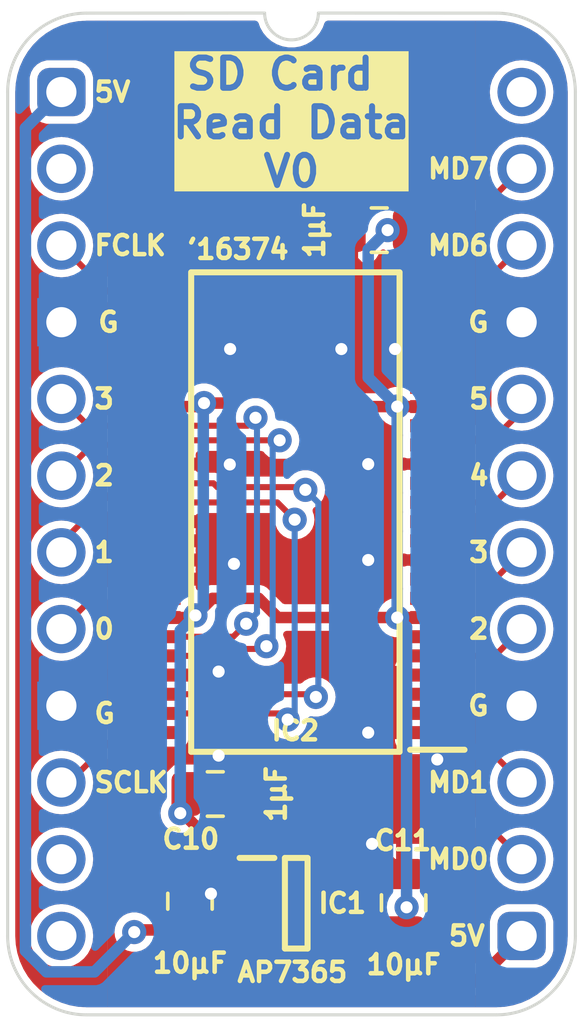
<source format=kicad_pcb>
(kicad_pcb (version 20240108) (generator "pcbnew") (generator_version "8.0")
  (title_block (title "SD Card Read Data") (date "2024-02-16") (rev "V0"))
  (layers (0 "F.Cu" signal) (31 "B.Cu" signal) (34 "B.Paste" user) (35 "F.Paste" user) (36 "B.SilkS" user "B.Silkscreen") (37 "F.SilkS" user "F.Silkscreen") (38 "B.Mask" user) (39 "F.Mask" user) (44 "Edge.Cuts" user))
  (net 0 "")
  (net 1 "/3.3V")
  (net 9 "GND")
  (net 10 "5V")
  (net 17 "DAT3")
  (net 18 "MD6")
  (net 19 "MD7")
  (net 20 "DAT1")
  (net 21 "DAT0")
  (net 22 "MD2")
  (net 23 "First CLK")
  (net 24 "MD0")
  (net 25 "MD3")
  (net 26 "MD5")
  (net 27 "MD1")
  (net 28 "Second CLK")
  (net 29 "DAT2")
  (net 30 "MD4")
  (footprint "SamacSys_Parts:C_0805" (layer "F.Cu") (at 93.98 81.661 -90)
    (property "Reference" "C1" (hide yes))
    (property "Value" "1μF" (at 0 -2.032 90) (layer "F.SilkS") (effects (font (size 0.635 0.635))))
    (fp_line (start -0.735 0.245252) (end -0.735 -0.277252) (stroke (width 0.12)) (layer "F.SilkS"))
    (fp_line (start 0.735 0.245252) (end 0.735 -0.277252) (stroke (width 0.12)) (layer "F.SilkS"))
    (pad "1" smd roundrect (at 0 0.934) (size 1 1.45) (layers "F.Cu" "F.Paste" "F.Mask") (net 1 "/3.3V"))
    (pad "2" smd roundrect (at 0 -0.966) (size 1 1.45) (layers "F.Cu" "F.Paste" "F.Mask") (net 9 "GND"))
  )
  (footprint "SamacSys_Parts:C_0805" (layer "F.Cu") (at 99.441 62.992 90)
    (property "Reference" "C4" (hide yes))
    (property "Value" "1μF" (at 0 -2.159 90) (layer "F.SilkS") (effects (font (size 0.635 0.635))))
    (fp_line (start 0.735 0.245252) (end 0.735 -0.277252) (stroke (width 0.12)) (layer "F.SilkS"))
    (fp_line (start -0.735 0.245252) (end -0.735 -0.277252) (stroke (width 0.12)) (layer "F.SilkS"))
    (pad "1" smd roundrect (at 0 0.934 180) (size 1 1.45) (layers "F.Cu" "F.Paste" "F.Mask") (net 1 "/3.3V"))
    (pad "2" smd roundrect (at 0 -0.966 180) (size 1 1.45) (layers "F.Cu" "F.Paste" "F.Mask") (net 9 "GND"))
  )
  (footprint "SamacSys_Parts:DIP-24_Board_W15.24mm" (layer "F.Cu") (at 88.9 58.42)
    (property "Reference" "J1" (hide yes))
    (property "Value" "Conn_02x12_Counter_Clockwise" (hide yes))
    (fp_line (start -1.778 27.94) (end -1.778 0) (stroke (width 0.1)) (layer "Edge.Cuts"))
    (fp_line (start 6.731 -2.6162) (end 0.835732 -2.613732) (stroke (width 0.1)) (layer "Edge.Cuts"))
    (fp_line (start 14.404267 -2.613733) (end 8.509 -2.6162) (stroke (width 0.1)) (layer "Edge.Cuts"))
    (fp_line (start 14.404268 30.553732) (end 0.835733 30.553733) (stroke (width 0.1)) (layer "Edge.Cuts"))
    (fp_line (start 17.018 27.94) (end 17.017999 -0.000001) (stroke (width 0.1)) (layer "Edge.Cuts"))
    (fp_arc (start -1.778 0) (mid -1.012456 -1.848188) (end 0.835732 -2.613732) (stroke (width 0.1)) (layer "Edge.Cuts"))
    (fp_arc (start 0.835733 30.553733) (mid -1.012457 29.78819) (end -1.778 27.94) (stroke (width 0.1)) (layer "Edge.Cuts"))
    (fp_arc (start 8.509 -2.6162) (mid 7.62 -1.7272) (end 6.731 -2.6162) (stroke (width 0.1)) (layer "Edge.Cuts"))
    (fp_arc (start 14.404267 -2.613733) (mid 16.252451 -1.848184) (end 17.017999 -0.000001) (stroke (width 0.1)) (layer "Edge.Cuts"))
    (fp_arc (start 17.018 27.94) (mid 16.252456 29.788187) (end 14.404268 30.553732) (stroke (width 0.1)) (layer "Edge.Cuts"))
    (pad "1" thru_hole roundrect (at 0 0) (size 1.6 1.6) (drill 1) (layers "*.Cu" "*.Mask") (net 10 "5V"))
    (pad "2" thru_hole oval (at 0 2.54) (size 1.6 1.6) (drill 1) (layers "*.Cu" "*.Mask"))
    (pad "3" thru_hole oval (at 0 5.08) (size 1.6 1.6) (drill 1) (layers "*.Cu" "*.Mask") (net 23 "First CLK"))
    (pad "4" thru_hole rect (at 0 7.62) (size 1.6 1.6) (drill 1) (layers "*.Cu" "*.Mask") (net 9 "GND"))
    (pad "5" thru_hole oval (at 0 10.16) (size 1.6 1.6) (drill 1) (layers "*.Cu" "*.Mask") (net 17 "DAT3"))
    (pad "6" thru_hole oval (at 0 12.7) (size 1.6 1.6) (drill 1) (layers "*.Cu" "*.Mask") (net 29 "DAT2"))
    (pad "7" thru_hole oval (at 0 15.24) (size 1.6 1.6) (drill 1) (layers "*.Cu" "*.Mask") (net 20 "DAT1"))
    (pad "8" thru_hole oval (at 0 17.78) (size 1.6 1.6) (drill 1) (layers "*.Cu" "*.Mask") (net 21 "DAT0"))
    (pad "9" thru_hole rect (at 0 20.32) (size 1.6 1.6) (drill 1) (layers "*.Cu" "*.Mask") (net 9 "GND"))
    (pad "10" thru_hole oval (at 0 22.86) (size 1.6 1.6) (drill 1) (layers "*.Cu" "*.Mask") (net 28 "Second CLK"))
    (pad "11" thru_hole oval (at 0 25.4) (size 1.6 1.6) (drill 1) (layers "*.Cu" "*.Mask"))
    (pad "12" thru_hole oval (at 0 27.94) (size 1.6 1.6) (drill 1) (layers "*.Cu" "*.Mask"))
    (pad "13" thru_hole roundrect (at 15.24 27.94) (size 1.6 1.6) (drill 1) (layers "*.Cu" "*.Mask") (net 10 "5V"))
    (pad "14" thru_hole oval (at 15.24 25.4) (size 1.6 1.6) (drill 1) (layers "*.Cu" "*.Mask") (net 24 "MD0"))
    (pad "15" thru_hole oval (at 15.24 22.86) (size 1.6 1.6) (drill 1) (layers "*.Cu" "*.Mask") (net 27 "MD1"))
    (pad "16" thru_hole rect (at 15.24 20.32) (size 1.6 1.6) (drill 1) (layers "*.Cu" "*.Mask") (net 9 "GND"))
    (pad "17" thru_hole oval (at 15.24 17.78 180) (size 1.6 1.6) (drill 1) (layers "*.Cu" "*.Mask") (net 22 "MD2"))
    (pad "18" thru_hole oval (at 15.24 15.24 180) (size 1.6 1.6) (drill 1) (layers "*.Cu" "*.Mask") (net 25 "MD3"))
    (pad "19" thru_hole oval (at 15.24 12.7 180) (size 1.6 1.6) (drill 1) (layers "*.Cu" "*.Mask") (net 30 "MD4"))
    (pad "20" thru_hole oval (at 15.24 10.16 180) (size 1.6 1.6) (drill 1) (layers "*.Cu" "*.Mask") (net 26 "MD5"))
    (pad "21" thru_hole rect (at 15.24 7.62) (size 1.6 1.6) (drill 1) (layers "*.Cu" "*.Mask") (net 9 "GND"))
    (pad "22" thru_hole oval (at 15.24 5.08) (size 1.6 1.6) (drill 1) (layers "*.Cu" "*.Mask") (net 18 "MD6"))
    (pad "23" thru_hole oval (at 15.24 2.54) (size 1.6 1.6) (drill 1) (layers "*.Cu" "*.Mask") (net 19 "MD7"))
    (pad "24" thru_hole oval (at 15.24 0) (size 1.6 1.6) (drill 1) (layers "*.Cu" "*.Mask"))
  )
  (footprint "SamacSys_Parts:SOP64P1025X280-48N" (layer "F.Cu") (at 96.648 72.326 180)
    (property "Reference" "IC2" (at 0 -7.239 0) (layer "F.SilkS") (effects (font (size 0.635 0.635))))
    (property "Value" "74LVC16374ADL" (hide yes))
    (fp_line (start 3.45 7.938) (end -3.45 7.938) (stroke (width 0.2)) (layer "F.SilkS"))
    (fp_line (start 3.45 -7.938) (end 3.45 7.938) (stroke (width 0.2)) (layer "F.SilkS"))
    (fp_line (start -3.45 7.938) (end -3.45 -7.938) (stroke (width 0.2)) (layer "F.SilkS"))
    (fp_line (start -3.45 -7.938) (end 3.45 -7.938) (stroke (width 0.2)) (layer "F.SilkS"))
    (fp_line (start -5.6 -7.869999) (end -3.8 -7.87) (stroke (width 0.2)) (layer "F.SilkS"))
    (fp_text user "'16374" (at 1.906 8.699 0) (layer "F.SilkS") (effects (font (size 0.635 0.635))))
    (pad "1" smd rect (at -4.7 -7.302 270) (size 0.43 1.8) (layers "F.Cu" "F.Paste" "F.Mask") (net 9 "GND"))
    (pad "2" smd rect (at -4.7 -6.668 270) (size 0.43 1.8) (layers "F.Cu" "F.Paste" "F.Mask") (net 24 "MD0"))
    (pad "3" smd rect (at -4.7 -6.032 270) (size 0.43 1.8) (layers "F.Cu" "F.Paste" "F.Mask") (net 27 "MD1"))
    (pad "4" smd rect (at -4.699999 -5.398 270) (size 0.43 1.8) (layers "F.Cu" "F.Paste" "F.Mask") (net 9 "GND"))
    (pad "5" smd rect (at -4.699999 -4.762 270) (size 0.43 1.8) (layers "F.Cu" "F.Paste" "F.Mask") (net 22 "MD2"))
    (pad "6" smd rect (at -4.7 -4.128 270) (size 0.43 1.8) (layers "F.Cu" "F.Paste" "F.Mask") (net 25 "MD3"))
    (pad "7" smd rect (at -4.7 -3.492 270) (size 0.43 1.8) (layers "F.Cu" "F.Paste" "F.Mask") (net 1 "/3.3V"))
    (pad "8" smd rect (at -4.7 -2.858 270) (size 0.43 1.8) (layers "F.Cu" "F.Paste" "F.Mask"))
    (pad "9" smd rect (at -4.7 -2.222 270) (size 0.43 1.8) (layers "F.Cu" "F.Paste" "F.Mask"))
    (pad "10" smd rect (at -4.699999 -1.588 270) (size 0.43 1.8) (layers "F.Cu" "F.Paste" "F.Mask") (net 9 "GND"))
    (pad "11" smd rect (at -4.7 -0.952 270) (size 0.43 1.8) (layers "F.Cu" "F.Paste" "F.Mask"))
    (pad "12" smd rect (at -4.7 -0.318 270) (size 0.43 1.8) (layers "F.Cu" "F.Paste" "F.Mask"))
    (pad "13" smd rect (at -4.7 0.318 270) (size 0.43 1.8) (layers "F.Cu" "F.Paste" "F.Mask") (net 30 "MD4"))
    (pad "14" smd rect (at -4.7 0.952 270) (size 0.43 1.8) (layers "F.Cu" "F.Paste" "F.Mask") (net 26 "MD5"))
    (pad "15" smd rect (at -4.699999 1.588 270) (size 0.43 1.8) (layers "F.Cu" "F.Paste" "F.Mask") (net 9 "GND"))
    (pad "16" smd rect (at -4.7 2.222 270) (size 0.43 1.8) (layers "F.Cu" "F.Paste" "F.Mask") (net 18 "MD6"))
    (pad "17" smd rect (at -4.7 2.858 270) (size 0.43 1.8) (layers "F.Cu" "F.Paste" "F.Mask") (net 19 "MD7"))
    (pad "18" smd rect (at -4.7 3.492 270) (size 0.43 1.8) (layers "F.Cu" "F.Paste" "F.Mask") (net 1 "/3.3V"))
    (pad "19" smd rect (at -4.7 4.128 270) (size 0.43 1.8) (layers "F.Cu" "F.Paste" "F.Mask"))
    (pad "20" smd rect (at -4.699999 4.762 270) (size 0.43 1.8) (layers "F.Cu" "F.Paste" "F.Mask"))
    (pad "21" smd rect (at -4.699999 5.398 270) (size 0.43 1.8) (layers "F.Cu" "F.Paste" "F.Mask") (net 9 "GND"))
    (pad "22" smd rect (at -4.7 6.032 270) (size 0.43 1.8) (layers "F.Cu" "F.Paste" "F.Mask"))
    (pad "23" smd rect (at -4.7 6.668 270) (size 0.43 1.8) (layers "F.Cu" "F.Paste" "F.Mask"))
    (pad "24" smd rect (at -4.7 7.302 270) (size 0.43 1.8) (layers "F.Cu" "F.Paste" "F.Mask") (net 9 "GND"))
    (pad "25" smd rect (at 4.7 7.302 270) (size 0.43 1.8) (layers "F.Cu" "F.Paste" "F.Mask") (net 23 "First CLK"))
    (pad "26" smd rect (at 4.7 6.668 270) (size 0.43 1.8) (layers "F.Cu" "F.Paste" "F.Mask") (net 9 "GND"))
    (pad "27" smd rect (at 4.7 6.032 270) (size 0.43 1.8) (layers "F.Cu" "F.Paste" "F.Mask") (net 9 "GND"))
    (pad "28" smd rect (at 4.699999 5.398 270) (size 0.43 1.8) (layers "F.Cu" "F.Paste" "F.Mask") (net 9 "GND"))
    (pad "29" smd rect (at 4.699999 4.762 270) (size 0.43 1.8) (layers "F.Cu" "F.Paste" "F.Mask") (net 9 "GND"))
    (pad "30" smd rect (at 4.7 4.128 270) (size 0.43 1.8) (layers "F.Cu" "F.Paste" "F.Mask") (net 9 "GND"))
    (pad "31" smd rect (at 4.7 3.492 270) (size 0.43 1.8) (layers "F.Cu" "F.Paste" "F.Mask") (net 1 "/3.3V"))
    (pad "32" smd rect (at 4.7 2.858 270) (size 0.43 1.8) (layers "F.Cu" "F.Paste" "F.Mask") (net 17 "DAT3"))
    (pad "33" smd rect (at 4.7 2.222 270) (size 0.43 1.8) (layers "F.Cu" "F.Paste" "F.Mask") (net 29 "DAT2"))
    (pad "34" smd rect (at 4.699999 1.588 270) (size 0.43 1.8) (layers "F.Cu" "F.Paste" "F.Mask") (net 9 "GND"))
    (pad "35" smd rect (at 4.7 0.952 270) (size 0.43 1.8) (layers "F.Cu" "F.Paste" "F.Mask") (net 20 "DAT1"))
    (pad "36" smd rect (at 4.7 0.318 270) (size 0.43 1.8) (layers "F.Cu" "F.Paste" "F.Mask") (net 21 "DAT0"))
    (pad "37" smd rect (at 4.7 -0.318 270) (size 0.43 1.8) (layers "F.Cu" "F.Paste" "F.Mask") (net 9 "GND"))
    (pad "38" smd rect (at 4.7 -0.952 270) (size 0.43 1.8) (layers "F.Cu" "F.Paste" "F.Mask") (net 9 "GND"))
    (pad "39" smd rect (at 4.699999 -1.588 270) (size 0.43 1.8) (layers "F.Cu" "F.Paste" "F.Mask") (net 9 "GND"))
    (pad "40" smd rect (at 4.7 -2.222 270) (size 0.43 1.8) (layers "F.Cu" "F.Paste" "F.Mask") (net 9 "GND"))
    (pad "41" smd rect (at 4.7 -2.858 270) (size 0.43 1.8) (layers "F.Cu" "F.Paste" "F.Mask") (net 9 "GND"))
    (pad "42" smd rect (at 4.7 -3.492 270) (size 0.43 1.8) (layers "F.Cu" "F.Paste" "F.Mask") (net 1 "/3.3V"))
    (pad "43" smd rect (at 4.7 -4.128 270) (size 0.43 1.8) (layers "F.Cu" "F.Paste" "F.Mask") (net 17 "DAT3"))
    (pad "44" smd rect (at 4.699999 -4.762 270) (size 0.43 1.8) (layers "F.Cu" "F.Paste" "F.Mask") (net 29 "DAT2"))
    (pad "45" smd rect (at 4.699999 -5.398 270) (size 0.43 1.8) (layers "F.Cu" "F.Paste" "F.Mask") (net 9 "GND"))
    (pad "46" smd rect (at 4.7 -6.032 270) (size 0.43 1.8) (layers "F.Cu" "F.Paste" "F.Mask") (net 20 "DAT1"))
    (pad "47" smd rect (at 4.7 -6.668 270) (size 0.43 1.8) (layers "F.Cu" "F.Paste" "F.Mask") (net 21 "DAT0"))
    (pad "48" smd rect (at 4.7 -7.302 270) (size 0.43 1.8) (layers "F.Cu" "F.Paste" "F.Mask") (net 28 "Second CLK"))
  )
  (footprint "SamacSys_Parts:C_0805" (layer "F.Cu") (at 100.233 85.278)
    (property "Reference" "C11" (at -0.03 -2.075 180) (layer "F.SilkS") (effects (font (size 0.635 0.635))))
    (property "Value" "10μF" (at 0 2.032 0) (layer "F.SilkS") (effects (font (size 0.635 0.635))))
    (fp_line (start -0.735 0.245252) (end -0.735 -0.277252) (stroke (width 0.12)) (layer "F.SilkS"))
    (fp_line (start 0.735 0.245252) (end 0.735 -0.277252) (stroke (width 0.12)) (layer "F.SilkS"))
    (pad "1" smd roundrect (at 0 0.934 90) (size 1 1.45) (layers "F.Cu" "F.Paste" "F.Mask") (net 1 "/3.3V"))
    (pad "2" smd roundrect (at 0 -0.966 90) (size 1 1.45) (layers "F.Cu" "F.Paste" "F.Mask") (net 9 "GND"))
  )
  (footprint "SamacSys_Parts:SOT95P285X130-5N" (layer "F.Cu") (at 96.677 85.278)
    (property "Reference" "IC1" (at 1.524 0 0) (layer "F.SilkS") (effects (font (size 0.635 0.635))))
    (property "Value" "AP7365-33WG-7" (hide yes))
    (property "Silkscreen" "AP7365" (at -0.127 2.286 0) (layer "F.SilkS") (effects (font (size 0.635 0.635))))
    (fp_line (start -1.875 -1.5) (end -0.725 -1.5) (stroke (width 0.2)) (layer "F.SilkS"))
    (fp_line (start -0.375 -1.5) (end 0.375 -1.5) (stroke (width 0.2)) (layer "F.SilkS"))
    (fp_line (start -0.375 1.5) (end -0.375 -1.5) (stroke (width 0.2)) (layer "F.SilkS"))
    (fp_line (start 0.375 -1.5) (end 0.375 1.5) (stroke (width 0.2)) (layer "F.SilkS"))
    (fp_line (start 0.375 1.5) (end -0.375 1.5) (stroke (width 0.2)) (layer "F.SilkS"))
    (pad "1" smd rect (at -1.3 -0.95 90) (size 0.6 1.15) (layers "F.Cu" "F.Paste" "F.Mask") (net 10 "5V"))
    (pad "2" smd rect (at -1.3 0 90) (size 0.6 1.15) (layers "F.Cu" "F.Paste" "F.Mask") (net 9 "GND"))
    (pad "3" smd rect (at -1.3 0.95 90) (size 0.6 1.15) (layers "F.Cu" "F.Paste" "F.Mask") (net 10 "5V"))
    (pad "4" smd rect (at 1.3 0.95 90) (size 0.6 1.15) (layers "F.Cu" "F.Paste" "F.Mask"))
    (pad "5" smd rect (at 1.3 -0.95 90) (size 0.6 1.15) (layers "F.Cu" "F.Paste" "F.Mask") (net 1 "/3.3V"))
  )
  (footprint "SamacSys_Parts:C_0805" (layer "F.Cu") (at 93.159 85.228)
    (property "Reference" "C10" (at 0.027 -2.075 180) (layer "F.SilkS") (effects (font (size 0.635 0.635))))
    (property "Value" "10μF" (at 0 2.032 0) (layer "F.SilkS") (effects (font (size 0.635 0.635))))
    (fp_line (start -0.735 0.245252) (end -0.735 -0.277252) (stroke (width 0.12)) (layer "F.SilkS"))
    (fp_line (start 0.735 0.245252) (end 0.735 -0.277252) (stroke (width 0.12)) (layer "F.SilkS"))
    (pad "1" smd roundrect (at 0 0.934 90) (size 1 1.45) (layers "F.Cu" "F.Paste" "F.Mask") (net 10 "5V"))
    (pad "2" smd roundrect (at 0 -0.966 90) (size 1 1.45) (layers "F.Cu" "F.Paste" "F.Mask") (net 9 "GND"))
  )
  (gr_text "5" (at 103.124 68.58 0) (layer "F.SilkS") (effects (font (size 0.635 0.635) (thickness 0.15) (bold yes)) (justify right)))
  (gr_text "3" (at 103.124 73.66 0) (layer "F.SilkS") (effects (font (size 0.635 0.635) (thickness 0.15) (bold yes)) (justify right)))
  (gr_text "MD7" (at 103.124 60.96 0) (layer "F.SilkS") (effects (font (size 0.635 0.635) (thickness 0.15) (bold yes)) (justify right)))
  (gr_text "5V" (at 89.916 58.42 0) (layer "F.SilkS") (effects (font (size 0.635 0.635) (thickness 0.15) (bold yes)) (justify left)))
  (gr_text "MD1" (at 103.124 81.28 0) (layer "F.SilkS") (effects (font (size 0.635 0.635) (thickness 0.15) (bold yes)) (justify right)))
  (gr_text "SCLK" (at 89.916 81.28 0) (layer "F.SilkS") (effects (font (size 0.635 0.635) (thickness 0.15) (bold yes)) (justify left)))
  (gr_text "4" (at 103.124 71.12 0) (layer "F.SilkS") (effects (font (size 0.635 0.635) (thickness 0.15) (bold yes)) (justify right)))
  (gr_text "MD0" (at 103.124 83.82 0) (layer "F.SilkS") (effects (font (size 0.635 0.635) (thickness 0.15) (bold yes)) (justify right)))
  (gr_text "SD Card \nRead Data\nV0" (at 96.52 59.436 0) (layer "F.SilkS" knockout) (effects (font (size 1 1) (thickness 0.2) (bold yes))))
  (gr_text "MD6" (at 103.124 63.5 0) (layer "F.SilkS") (effects (font (size 0.635 0.635) (thickness 0.15) (bold yes)) (justify right)))
  (gr_text "G" (at 103.124 66.04 0) (layer "F.SilkS") (effects (font (size 0.635 0.635) (thickness 0.15) (bold yes)) (justify right)))
  (gr_text "2" (at 103.124 76.2 0) (layer "F.SilkS") (effects (font (size 0.635 0.635) (thickness 0.15) (bold yes)) (justify right)))
  (gr_text "1" (at 89.916 73.66 0) (layer "F.SilkS") (effects (font (size 0.635 0.635) (thickness 0.15) (bold yes)) (justify left)))
  (gr_text "G" (at 103.124 78.74 0) (layer "F.SilkS") (effects (font (size 0.635 0.635) (thickness 0.15) (bold yes)) (justify right)))
  (gr_text "G" (at 89.916 78.994 0) (layer "F.SilkS") (effects (font (size 0.635 0.635) (thickness 0.15) (bold yes)) (justify left)))
  (gr_text "3" (at 89.916 68.58 0) (layer "F.SilkS") (effects (font (size 0.635 0.635) (thickness 0.15) (bold yes)) (justify left)))
  (gr_text "G" (at 90.043 66.04 0) (layer "F.SilkS") (effects (font (size 0.635 0.635) (thickness 0.15) (bold yes)) (justify left)))
  (gr_text "2" (at 89.916 71.12 0) (layer "F.SilkS") (effects (font (size 0.635 0.635) (thickness 0.15) (bold yes)) (justify left)))
  (gr_text "0" (at 89.916 76.2 0) (layer "F.SilkS") (effects (font (size 0.635 0.635) (thickness 0.15) (bold yes)) (justify left)))
  (gr_text "FCLK" (at 89.916 63.5 0) (layer "F.SilkS") (effects (font (size 0.635 0.635) (thickness 0.15) (bold yes)) (justify left)))
  (gr_text "5V" (at 102.997 86.36 0) (layer "F.SilkS") (effects (font (size 0.635 0.635) (thickness 0.15) (bold yes)) (justify right)))
  (segment (start 93.90228 75.184) (end 93.339625 75.746655) (width 0.38) (layer "F.Cu") (net 1))
  (segment (start 101.348 68.834) (end 96.145745 68.834) (width 0.38) (layer "F.Cu") (net 1))
  (segment (start 101.348 75.818) (end 96.066718 75.818) (width 0.38) (layer "F.Cu") (net 1))
  (segment (start 96.834 83.185) (end 97.977 84.328) (width 0.38) (layer "F.Cu") (net 1))
  (segment (start 94.880452 68.364195) (end 94.526647 68.718) (width 0.38) (layer "F.Cu") (net 1))
  (segment (start 93.808 83.185) (end 96.834 83.185) (width 0.38) (layer "F.Cu") (net 1))
  (segment (start 92.837 81.87) (end 92.837 82.296) (width 0.38) (layer "F.Cu") (net 1))
  (segment (start 100.233 85.509) (end 100.33 85.412) (width 0.38) (layer "F.Cu") (net 1))
  (segment (start 93.26828 75.818) (end 93.339625 75.746655) (width 0.38) (layer "F.Cu") (net 1))
  (segment (start 91.948 75.818) (end 93.26828 75.818) (width 0.38) (layer "F.Cu") (net 1))
  (segment (start 94.526647 68.718) (end 93.623867 68.718) (width 0.38) (layer "F.Cu") (net 1))
  (segment (start 95.67594 68.364195) (end 94.880452 68.364195) (width 0.38) (layer "F.Cu") (net 1))
  (segment (start 91.948 68.834) (end 93.507867 68.834) (width 0.38) (layer "F.Cu") (net 1))
  (segment (start 99.861 86.212) (end 97.977 84.328) (width 0.38) (layer "F.Cu") (net 1))
  (segment (start 92.837 82.296) (end 92.919 82.296) (width 0.38) (layer "F.Cu") (net 1))
  (segment (start 92.919 82.296) (end 93.808 83.185) (width 0.38) (layer "F.Cu") (net 1))
  (segment (start 95.432718 75.184) (end 93.90228 75.184) (width 0.38) (layer "F.Cu") (net 1))
  (segment (start 96.145745 68.834) (end 95.67594 68.364195) (width 0.38) (layer "F.Cu") (net 1))
  (segment (start 93.507867 68.834) (end 93.623867 68.718) (width 0.38) (layer "F.Cu") (net 1))
  (segment (start 100.233 86.212) (end 100.233 85.509) (width 0.38) (layer "F.Cu") (net 1))
  (segment (start 96.066718 75.818) (end 95.432718 75.184) (width 0.38) (layer "F.Cu") (net 1))
  (via (at 99.702 62.992) (size 0.8) (drill 0.4) (layers "F.Cu" "B.Cu") (net 1))
  (via (at 100.019503 68.83299) (size 0.8) (drill 0.4) (layers "F.Cu" "B.Cu") (net 1))
  (via (at 100.019512 75.819001) (size 0.8) (drill 0.4) (layers "F.Cu" "B.Cu") (net 1))
  (via (at 93.339625 75.746655) (size 0.8) (drill 0.4) (layers "F.Cu" "B.Cu") (net 1))
  (via (at 100.33 85.412) (size 0.8) (drill 0.4) (layers "F.Cu" "B.Cu") (net 1))
  (via (at 93.623867 68.718) (size 0.8) (drill 0.4) (layers "F.Cu" "B.Cu") (net 1))
  (via (at 92.837 82.296) (size 0.8) (drill 0.4) (layers "F.Cu" "B.Cu") (net 1))
  (segment (start 99.06 63.634) (end 99.06 67.873487) (width 0.38) (layer "B.Cu") (net 1))
  (segment (start 99.702 62.992) (end 99.06 63.634) (width 0.38) (layer "B.Cu") (net 1))
  (segment (start 100.019512 75.819001) (end 100.019512 68.832999) (width 0.38) (layer "B.Cu") (net 1))
  (segment (start 100.33 85.412) (end 100.33 76.129489) (width 0.38) (layer "B.Cu") (net 1))
  (segment (start 99.06 67.873487) (end 100.019503 68.83299) (width 0.38) (layer "B.Cu") (net 1))
  (segment (start 100.019512 68.832999) (end 100.019503 68.83299) (width 0.38) (layer "B.Cu") (net 1))
  (segment (start 92.837 76.24928) (end 93.339625 75.746655) (width 0.38) (layer "B.Cu") (net 1))
  (segment (start 92.837 82.296) (end 92.837 76.24928) (width 0.38) (layer "B.Cu") (net 1))
  (segment (start 100.33 76.129489) (end 100.019512 75.819001) (width 0.38) (layer "B.Cu") (net 1))
  (segment (start 93.599 68.742867) (end 93.599 75.48728) (width 0.38) (layer "B.Cu") (net 1))
  (segment (start 93.599 75.48728) (end 93.339625 75.746655) (width 0.38) (layer "B.Cu") (net 1))
  (segment (start 93.623867 68.718) (end 93.599 68.742867) (width 0.38) (layer "B.Cu") (net 1))
  (segment (start 100.067 79.629) (end 99.06 79.629) (width 0.38) (layer "F.Cu") (net 9))
  (segment (start 91.948001 73.914) (end 94.488012 73.914) (width 0.38) (layer "F.Cu") (net 9))
  (segment (start 98.171 66.929) (end 98.171 66.421) (width 0.38) (layer "F.Cu") (net 9))
  (segment (start 98.171 66.421) (end 99.568 65.024) (width 0.38) (layer "F.Cu") (net 9))
  (segment (start 100.068 79.628) (end 101.348 79.628) (width 0.38) (layer "F.Cu") (net 9))
  (segment (start 99.951999 77.608) (end 100.067999 77.724) (width 0.38) (layer "F.Cu") (net 9))
  (segment (start 94.46379 70.738) (end 94.47679 70.751) (width 0.38) (layer "F.Cu") (net 9))
  (segment (start 93.853 84.963) (end 93.853 84.956) (width 0.38) (layer "F.Cu") (net 9))
  (segment (start 94.47679 70.751) (end 99.047 70.751) (width 0.38) (layer "F.Cu") (net 9))
  (segment (start 101.348 80.516) (end 101.346 80.518) (width 0.38) (layer "F.Cu") (net 9))
  (segment (start 99.568 65.024) (end 101.348 65.024) (width 0.38) (layer "F.Cu") (net 9))
  (segment (start 94.107 80.391) (end 92.678976 80.391) (width 0.38) (layer "F.Cu") (net 9))
  (segment (start 91.948001 66.928) (end 91.948001 67.564) (width 0.38) (layer "F.Cu") (net 9))
  (segment (start 98.475 62.992) (end 98.475 63.931) (width 0.38) (layer "F.Cu") (net 9))
  (segment (start 91.948001 77.724) (end 93.991 77.724) (width 0.38) (layer "F.Cu") (net 9))
  (segment (start 94.107 77.608) (end 99.951999 77.608) (width 0.38) (layer "F.Cu") (net 9))
  (segment (start 98.933008 74.040992) (end 99.06 73.914) (width 0.38) (layer "F.Cu") (net 9))
  (segment (start 91.948 74.548) (end 91.948 73.914001) (width 0.38) (layer "F.Cu") (net 9))
  (segment (start 91.948 72.644) (end 91.948 73.278) (width 0.38) (layer "F.Cu") (net 9))
  (segment (start 98.172 66.928) (end 101.347999 66.928) (width 0.38) (layer "F.Cu") (net 9))
  (segment (start 98.17 66.928) (end 98.171 66.929) (width 0.38) (layer "F.Cu") (net 9))
  (segment (start 91.948 83.947) (end 92.263 84.262) (width 0.38) (layer "F.Cu") (net 9))
  (segment (start 91.948001 73.914) (end 91.948001 73.278001) (width 0.38) (layer "F.Cu") (net 9))
  (segment (start 100.187 84.312) (end 99.187 83.312) (width 0.38) (layer "F.Cu") (net 9))
  (segment (start 93.86 84.963) (end 93.853 84.963) (width 0.38) (layer "F.Cu") (net 9))
  (segment (start 93.991 77.724) (end 94.107 77.608) (width 0.38) (layer "F.Cu") (net 9))
  (segment (start 91.948001 70.738) (end 94.46379 70.738) (width 0.38) (layer "F.Cu") (net 9))
  (segment (start 100.067999 77.724) (end 100.058 77.733999) (width 0.38) (layer "F.Cu") (net 9))
  (segment (start 100.058 77.733999) (end 100.058 79.618) (width 0.38) (layer "F.Cu") (net 9))
  (segment (start 94.488012 73.914) (end 94.615004 74.040992) (width 0.38) (layer "F.Cu") (net 9))
  (segment (start 101.348 79.628) (end 101.348 80.516) (width 0.38) (layer "F.Cu") (net 9))
  (segment (start 93.853 84.956) (end 93.159 84.262) (width 0.38) (layer "F.Cu") (net 9))
  (segment (start 94.488 66.928) (end 98.17 66.928) (width 0.38) (layer "F.Cu") (net 9))
  (segment (start 94.175 85.278) (end 93.86 84.963) (width 0.38) (layer "F.Cu") (net 9))
  (segment (start 91.948001 67.564) (end 91.948001 68.197999) (width 0.38) (layer "F.Cu") (net 9))
  (segment (start 92.263 84.262) (end 93.159 84.262) (width 0.38) (layer "F.Cu") (net 9))
  (segment (start 94.615004 74.040992) (end 98.933008 74.040992) (width 0.38) (layer "F.Cu") (net 9))
  (segment (start 98.171 66.929) (end 98.172 66.928) (width 0.38) (layer "F.Cu") (net 9))
  (segment (start 99.047 70.751) (end 99.06 70.738) (width 0.38) (layer "F.Cu") (net 9))
  (segment (start 89.916 77.724) (end 91.948001 77.724) (width 0.38) (layer "F.Cu") (net 9))
  (segment (start 92.678976 80.391) (end 91.948 81.121976) (width 0.38) (layer "F.Cu") (net 9))
  (segment (start 91.948001 66.928) (end 94.488 66.928) (width 0.38) (layer "F.Cu") (net 9))
  (segment (start 91.948 65.658) (end 91.948 66.294) (width 0.38) (layer "F.Cu") (net 9))
  (segment (start 91.948 66.294) (end 91.948 66.927999) (width 0.38) (layer "F.Cu") (net 9))
  (segment (start 91.948 81.121976) (end 91.948 83.947) (width 0.38) (layer "F.Cu") (net 9))
  (segment (start 88.9 66.04) (end 90.17 66.04) (width 0.38) (layer "F.Cu") (net 9))
  (segment (start 90.17 66.04) (end 90.424 66.294) (width 0.38) (layer "F.Cu") (net 9))
  (segment (start 91.948 75.184) (end 91.948 74.548) (width 0.38) (layer "F.Cu") (net 9))
  (segment (start 94.946 81.23) (end 94.107 80.391) (width 0.38) (layer "F.Cu") (net 9))
  (segment (start 100.058 79.618) (end 100.068 79.628) (width 0.38) (layer "F.Cu") (net 9))
  (segment (start 91.948 66.294) (end 90.424 66.294) (width 0.38) (layer "F.Cu") (net 9))
  (segment (start 88.9 78.74) (end 89.916 77.724) (width 0.38) (layer "F.Cu") (net 9))
  (segment (start 100.067999 77.724) (end 101.347999 77.724) (width 0.38) (layer "F.Cu") (net 9))
  (segment (start 95.377 85.278) (end 94.175 85.278) (width 0.38) (layer "F.Cu") (net 9))
  (segment (start 101.347999 73.914) (end 99.06 73.914) (width 0.38) (layer "F.Cu") (net 9))
  (segment (start 99.06 70.738) (end 101.347999 70.738) (width 0.38) (layer "F.Cu") (net 9))
  (segment (start 98.475 63.931) (end 99.491 64.947) (width 0.38) (layer "F.Cu") (net 9))
  (segment (start 100.068 79.628) (end 100.067 79.629) (width 0.38) (layer "F.Cu") (net 9))
  (via (at 99.06 79.629) (size 0.8) (drill 0.4) (layers "F.Cu" "B.Cu") (net 9))
  (via (at 101.346 80.518) (size 0.8) (drill 0.4) (layers "F.Cu" "B.Cu") (net 9))
  (via (at 99.06 73.914) (size 0.8) (drill 0.4) (layers "F.Cu" "B.Cu") (net 9))
  (via (at 98.171 66.929) (size 0.8) (drill 0.4) (layers "F.Cu" "B.Cu") (net 9))
  (via (at 94.615004 74.040992) (size 0.8) (drill 0.4) (layers "F.Cu" "B.Cu") (net 9))
  (via (at 94.488 66.928) (size 0.8) (drill 0.4) (layers "F.Cu" "B.Cu") (net 9))
  (via (at 93.853 84.963) (size 0.8) (drill 0.4) (layers "F.Cu" "B.Cu") (net 9))
  (via (at 94.107 77.608) (size 0.8) (drill 0.4) (layers "F.Cu" "B.Cu") (net 9))
  (via (at 99.949 66.928) (size 0.8) (drill 0.4) (layers "F.Cu" "B.Cu") (net 9))
  (via (at 99.06 70.738) (size 0.8) (drill 0.4) (layers "F.Cu" "B.Cu") (net 9))
  (via (at 94.47679 70.751) (size 0.8) (drill 0.4) (layers "F.Cu" "B.Cu") (net 9))
  (via (at 99.187 83.312) (size 0.8) (drill 0.4) (layers "F.Cu" "B.Cu") (net 9))
  (via (at 94.107 80.391) (size 0.8) (drill 0.4) (layers "F.Cu" "B.Cu") (net 9))
  (segment (start 97.663 79.629) (end 99.06 79.629) (width 0.38) (layer "B.Cu") (net 9))
  (segment (start 99.187 79.756) (end 99.06 79.629) (width 0.38) (layer "B.Cu") (net 9))
  (segment (start 94.107 80.391) (end 94.107 77.608) (width 0.38) (layer "B.Cu") (net 9))
  (segment (start 94.107 83.439) (end 94.107 80.391) (width 0.38) (layer "B.Cu") (net 9))
  (segment (start 99.187 83.312) (end 96.774 83.312) (width 0.38) (layer "B.Cu") (net 9))
  (segment (start 99.06 70.738) (end 99.06 69.088) (width 0.38) (layer "B.Cu") (net 9))
  (segment (start 94.615004 74.040992) (end 94.616002 74.039994) (width 0.38) (layer "B.Cu") (net 9))
  (segment (start 94.179625 77.535375) (end 94.107 77.608) (width 0.38) (layer "B.Cu") (net 9))
  (segment (start 94.615004 74.040992) (end 94.615004 75.175528) (width 0.38) (layer "B.Cu") (net 9))
  (segment (start 98.171 68.199) (end 98.171 66.929) (width 0.38) (layer "B.Cu") (net 9))
  (segment (start 95.123 84.963) (end 93.853 84.963) (width 0.38) (layer "B.Cu") (net 9))
  (segment (start 94.615004 75.175528) (end 94.179625 75.610907) (width 0.38) (layer "B.Cu") (net 9))
  (segment (start 96.774 83.312) (end 95.123 84.963) (width 0.38) (layer "B.Cu") (net 9))
  (segment (start 94.179625 75.610907) (end 94.179625 77.535375) (width 0.38) (layer "B.Cu") (net 9))
  (segment (start 101.346 80.518) (end 102.362 80.518) (width 0.38) (layer "B.Cu") (net 9))
  (segment (start 94.47679 70.751) (end 94.488 70.73979) (width 0.38) (layer "B.Cu") (net 9))
  (segment (start 100.837 66.04) (end 99.949 66.928) (width 0.38) (layer "B.Cu") (net 9))
  (segment (start 99.06 73.914) (end 99.06 70.738) (width 0.38) (layer "B.Cu") (net 9))
  (segment (start 93.853 83.693) (end 94.107 83.439) (width 0.38) (layer "B.Cu") (net 9))
  (segment (start 94.107 80.391) (end 96.901 80.391) (width 0.38) (layer "B.Cu") (net 9))
  (segment (start 94.616002 74.039994) (end 94.616002 70.890212) (width 0.38) (layer "B.Cu") (net 9))
  (segment (start 104.14 66.04) (end 100.837 66.04) (width 0.38) (layer "B.Cu") (net 9))
  (segment (start 94.488 70.73979) (end 94.488 66.928) (width 0.38) (layer "B.Cu") (net 9))
  (segment (start 99.06 79.629) (end 99.06 73.914) (width 0.38) (layer "B.Cu") (net 9))
  (segment (start 94.616002 70.890212) (end 94.47679 70.751) (width 0.38) (layer "B.Cu") (net 9))
  (segment (start 99.06 69.088) (end 98.171 68.199) (width 0.38) (layer "B.Cu") (net 9))
  (segment (start 102.362 80.518) (end 104.14 78.74) (width 0.38) (layer "B.Cu") (net 9))
  (segment (start 93.853 84.963) (end 93.853 83.693) (width 0.38) (layer "B.Cu") (net 9))
  (segment (start 99.187 83.312) (end 99.187 79.756) (width 0.38) (layer "B.Cu") (net 9))
  (segment (start 96.901 80.391) (end 97.663 79.629) (width 0.38) (layer "B.Cu") (net 9))
  (segment (start 95.377 84.328) (end 96.332 84.328) (width 0.38) (layer "F.Cu") (net 10))
  (segment (start 95.377 86.228) (end 93.225 86.228) (width 0.38) (layer "F.Cu") (net 10))
  (segment (start 91.384 86.162) (end 91.313 86.233) (width 0.38) (layer "F.Cu") (net 10))
  (segment (start 104.14 86.36) (end 102.616 87.884) (width 0.38) (layer "F.Cu") (net 10))
  (segment (start 96.332 86.228) (end 95.377 86.228) (width 0.38) (layer "F.Cu") (net 10))
  (segment (start 96.342 84.338) (end 96.342 86.218) (width 0.38) (layer "F.Cu") (net 10))
  (segment (start 93.853 87.884) (end 93.159 87.19) (width 0.38) (layer "F.Cu") (net 10))
  (segment (start 93.159 87.19) (end 93.159 86.162) (width 0.38) (layer "F.Cu") (net 10))
  (segment (start 96.332 84.328) (end 96.342 84.338) (width 0.38) (layer "F.Cu") (net 10))
  (segment (start 93.159 86.162) (end 91.384 86.162) (width 0.38) (layer "F.Cu") (net 10))
  (segment (start 102.616 87.884) (end 93.853 87.884) (width 0.38) (layer "F.Cu") (net 10))
  (segment (start 96.342 86.218) (end 96.332 86.228) (width 0.38) (layer "F.Cu") (net 10))
  (via (at 91.313 86.233) (size 0.8) (drill 0.4) (layers "F.Cu" "B.Cu") (net 10))
  (segment (start 87.71 59.61) (end 88.9 58.42) (width 0.38) (layer "B.Cu") (net 10))
  (segment (start 87.71 86.852915) (end 87.71 59.61) (width 0.38) (layer "B.Cu") (net 10))
  (segment (start 88.407085 87.55) (end 87.71 86.852915) (width 0.38) (layer "B.Cu") (net 10))
  (segment (start 89.996 87.55) (end 88.407085 87.55) (width 0.38) (layer "B.Cu") (net 10))
  (segment (start 91.313 86.233) (end 89.996 87.55) (width 0.38) (layer "B.Cu") (net 10))
  (segment (start 91.948 69.468) (end 95.064195 69.468) (width 0.2) (layer "F.Cu") (net 17))
  (segment (start 91.948 76.454) (end 94.589625 76.454) (width 0.2) (layer "F.Cu") (net 17))
  (segment (start 89.788 69.468) (end 91.948 69.468) (width 0.2) (layer "F.Cu") (net 17))
  (segment (start 95.064195 69.468) (end 95.328 69.204195) (width 0.2) (layer "F.Cu") (net 17))
  (segment (start 88.9 68.58) (end 89.788 69.468) (width 0.2) (layer "F.Cu") (net 17))
  (segment (start 94.589625 76.454) (end 95.019625 76.024) (width 0.2) (layer "F.Cu") (net 17))
  (via (at 95.019625 76.024) (size 0.8) (drill 0.4) (layers "F.Cu" "B.Cu") (net 17))
  (via (at 95.328 69.204195) (size 0.8) (drill 0.4) (layers "F.Cu" "B.Cu") (net 17))
  (segment (start 95.019625 76.024) (end 95.377 75.666625) (width 0.2) (layer "B.Cu") (net 17))
  (segment (start 95.377 69.253195) (end 95.328 69.204195) (width 0.2) (layer "B.Cu") (net 17))
  (segment (start 95.377 75.666625) (end 95.377 69.253195) (width 0.2) (layer "B.Cu") (net 17))
  (segment (start 103.04 69.512) (end 103.04 64.6) (width 0.2) (layer "F.Cu") (net 18))
  (segment (start 102.448 70.104) (end 103.04 69.512) (width 0.2) (layer "F.Cu") (net 18))
  (segment (start 103.04 64.6) (end 104.14 63.5) (width 0.2) (layer "F.Cu") (net 18))
  (segment (start 101.348 70.104) (end 102.448 70.104) (width 0.2) (layer "F.Cu") (net 18))
  (segment (start 101.348 69.468) (end 102.448 69.468) (width 0.2) (layer "F.Cu") (net 19))
  (segment (start 102.64 62.46) (end 104.14 60.96) (width 0.2) (layer "F.Cu") (net 19))
  (segment (start 102.448 69.468) (end 102.64 69.276) (width 0.2) (layer "F.Cu") (net 19))
  (segment (start 102.64 69.276) (end 102.64 62.46) (width 0.2) (layer "F.Cu") (net 19))
  (segment (start 91.948 78.358) (end 97.236499 78.358) (width 0.2) (layer "F.Cu") (net 20))
  (segment (start 88.9 73.341) (end 90.867 71.374) (width 0.2) (layer "F.Cu") (net 20))
  (segment (start 94.063129 71.501) (end 96.889525 71.501) (width 0.2) (layer "F.Cu") (net 20))
  (segment (start 93.936129 71.374) (end 94.063129 71.501) (width 0.2) (layer "F.Cu") (net 20))
  (segment (start 96.889525 71.501) (end 96.979525 71.591) (width 0.2) (layer "F.Cu") (net 20))
  (segment (start 91.948 71.374) (end 93.936129 71.374) (width 0.2) (layer "F.Cu") (net 20))
  (segment (start 97.236499 78.358) (end 97.326499 78.448) (width 0.2) (layer "F.Cu") (net 20))
  (segment (start 90.867 71.374) (end 91.948 71.374) (width 0.2) (layer "F.Cu") (net 20))
  (via (at 96.979525 71.591) (size 0.8) (drill 0.4) (layers "F.Cu" "B.Cu") (net 20))
  (via (at 97.326499 78.448) (size 0.8) (drill 0.4) (layers "F.Cu" "B.Cu") (net 20))
  (segment (start 97.409 72.020475) (end 97.409 78.365499) (width 0.2) (layer "B.Cu") (net 20))
  (segment (start 96.979525 71.591) (end 97.409 72.020475) (width 0.2) (layer "B.Cu") (net 20))
  (segment (start 97.409 78.365499) (end 97.326499 78.448) (width 0.2) (layer "B.Cu") (net 20))
  (segment (start 88.9 76.2) (end 90.424 74.676) (width 0.2) (layer "F.Cu") (net 21))
  (segment (start 91.948 72.008) (end 96.05344 72.008) (width 0.2) (layer "F.Cu") (net 21))
  (segment (start 96.05344 72.008) (end 96.624658 72.579218) (width 0.2) (layer "F.Cu") (net 21))
  (segment (start 90.424 74.676) (end 90.424 72.453) (width 0.2) (layer "F.Cu") (net 21))
  (segment (start 96.189 78.994) (end 96.393 79.198) (width 0.2) (layer "F.Cu") (net 21))
  (segment (start 90.424 72.453) (end 90.869 72.008) (width 0.2) (layer "F.Cu") (net 21))
  (segment (start 91.948 78.994) (end 96.189 78.994) (width 0.2) (layer "F.Cu") (net 21))
  (segment (start 90.869 72.008) (end 91.948 72.008) (width 0.2) (layer "F.Cu") (net 21))
  (via (at 96.624658 72.579218) (size 0.8) (drill 0.4) (layers "F.Cu" "B.Cu") (net 21))
  (via (at 96.393 79.198) (size 0.8) (drill 0.4) (layers "F.Cu" "B.Cu") (net 21))
  (segment (start 96.624658 78.966342) (end 96.393 79.198) (width 0.2) (layer "B.Cu") (net 21))
  (segment (start 96.624658 72.579218) (end 96.624658 78.966342) (width 0.2) (layer "B.Cu") (net 21))
  (segment (start 101.347999 77.088) (end 103.252 77.088) (width 0.2) (layer "F.Cu") (net 22))
  (segment (start 103.252 77.088) (end 104.14 76.2) (width 0.2) (layer "F.Cu") (net 22))
  (segment (start 90.424 65.024) (end 91.948 65.024) (width 0.2) (layer "F.Cu") (net 23))
  (segment (start 88.9 63.5) (end 90.424 65.024) (width 0.2) (layer "F.Cu") (net 23))
  (segment (start 101.348 78.994) (end 102.448 78.994) (width 0.2) (layer "F.Cu") (net 24))
  (segment (start 102.448 78.994) (end 102.548 79.094) (width 0.2) (layer "F.Cu") (net 24))
  (segment (start 102.548 79.094) (end 102.548 82.228) (width 0.2) (layer "F.Cu") (net 24))
  (segment (start 102.548 82.228) (end 104.14 83.82) (width 0.2) (layer "F.Cu") (net 24))
  (segment (start 101.348 76.454) (end 102.448 76.454) (width 0.2) (layer "F.Cu") (net 25))
  (segment (start 102.448 76.454) (end 102.87 76.032) (width 0.2) (layer "F.Cu") (net 25))
  (segment (start 102.87 76.032) (end 102.87 74.93) (width 0.2) (layer "F.Cu") (net 25))
  (segment (start 102.87 74.93) (end 104.14 73.66) (width 0.2) (layer "F.Cu") (net 25))
  (segment (start 102.743 70.999) (end 102.743 70.374686) (width 0.2) (layer "F.Cu") (net 26))
  (segment (start 102.368 71.374) (end 102.743 70.999) (width 0.2) (layer "F.Cu") (net 26))
  (segment (start 102.743 70.374686) (end 104.14 68.977686) (width 0.2) (layer "F.Cu") (net 26))
  (segment (start 101.348 71.374) (end 102.368 71.374) (width 0.2) (layer "F.Cu") (net 26))
  (segment (start 102.448 78.358) (end 102.997 78.907) (width 0.2) (layer "F.Cu") (net 27))
  (segment (start 101.348 78.358) (end 102.448 78.358) (width 0.2) (layer "F.Cu") (net 27))
  (segment (start 102.997 80.137) (end 104.14 81.28) (width 0.2) (layer "F.Cu") (net 27))
  (segment (start 102.997 78.907) (end 102.997 80.137) (width 0.2) (layer "F.Cu") (net 27))
  (segment (start 89.154 81.28) (end 90.806 79.628) (width 0.2) (layer "F.Cu") (net 28))
  (segment (start 90.806 79.628) (end 91.948 79.628) (width 0.2) (layer "F.Cu") (net 28))
  (segment (start 93.566339 77.088) (end 93.796339 76.858) (width 0.2) (layer "F.Cu") (net 29))
  (segment (start 95.598787 76.858) (end 95.688787 76.768) (width 0.2) (layer "F.Cu") (net 29))
  (segment (start 91.948001 77.088) (end 93.566339 77.088) (width 0.2) (layer "F.Cu") (net 29))
  (segment (start 91.948 70.104) (end 93.048 70.104) (width 0.2) (layer "F.Cu") (net 29))
  (segment (start 93.201493 69.950507) (end 96.127 69.950507) (width 0.2) (layer "F.Cu") (net 29))
  (segment (start 93.796339 76.858) (end 95.598787 76.858) (width 0.2) (layer "F.Cu") (net 29))
  (segment (start 89.916 70.104) (end 91.948 70.104) (width 0.2) (layer "F.Cu") (net 29))
  (segment (start 88.9 71.12) (end 89.916 70.104) (width 0.2) (layer "F.Cu") (net 29))
  (segment (start 93.048 70.104) (end 93.201493 69.950507) (width 0.2) (layer "F.Cu") (net 29))
  (via (at 96.127 69.950507) (size 0.8) (drill 0.4) (layers "F.Cu" "B.Cu") (net 29))
  (via (at 95.688787 76.768) (size 0.8) (drill 0.4) (layers "F.Cu" "B.Cu") (net 29))
  (segment (start 95.688787 76.768) (end 95.897 76.559787) (width 0.2) (layer "B.Cu") (net 29))
  (segment (start 95.897 76.559787) (end 95.897 70.180507) (width 0.2) (layer "B.Cu") (net 29))
  (segment (start 95.897 70.180507) (end 96.127 69.950507) (width 0.2) (layer "B.Cu") (net 29))
  (segment (start 103.252 72.008) (end 104.14 71.12) (width 0.2) (layer "F.Cu") (net 30))
  (segment (start 101.348 72.008) (end 103.252 72.008) (width 0.2) (layer "F.Cu") (net 30))
  (zone (net 9) (net_name "GND") (layers "F&B.Cu") (connect_pads yes (clearance 0.25)) (min_thickness 0.25) (fill yes (thermal_gap 0.5) (thermal_bridge_width 0.5) (island_removal_mode 2) (island_area_min 10))
    (polygon (pts (xy 86.868 55.372) (xy 90.424 55.372) (xy 90.424 89.281) (xy 86.868 89.281)))
  )
  (zone (net 9) (net_name "GND") (layers "F&B.Cu") (connect_pads yes (clearance 0.25)) (min_thickness 0.25) (fill yes (thermal_gap 0.5) (thermal_bridge_width 0.5) (island_removal_mode 2) (island_area_min 10))
    (polygon (pts (xy 102.616 55.372) (xy 106.172 55.372) (xy 106.172 89.281) (xy 102.616 89.281)))
  )
  (zone (net 9) (net_name "GND") (layers "F&B.Cu") (connect_pads (clearance 0.25)) (min_thickness 0.25) (fill yes (thermal_gap 0.5) (thermal_bridge_width 0.5) (island_removal_mode 2) (island_area_min 10))
    (polygon (pts (xy 90.424 55.372) (xy 102.616 55.372) (xy 102.616 89.281) (xy 90.424 89.281)))
  )
)
</source>
